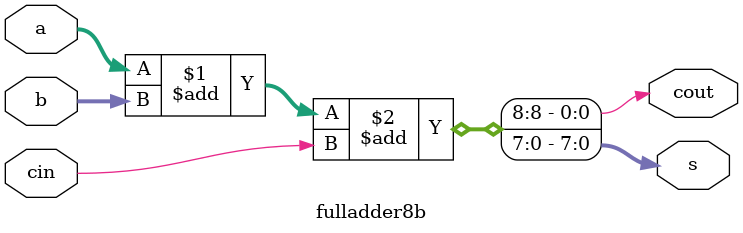
<source format=v>


//1bit full adder

module fulladder8b(
    input wire [7:0] a,
    input wire [7:0] b,
    input wire cin,
    output wire [7:0] s,
    output wire cout
);
    assign {cout,s}=a+b+cin;
endmodule
</source>
